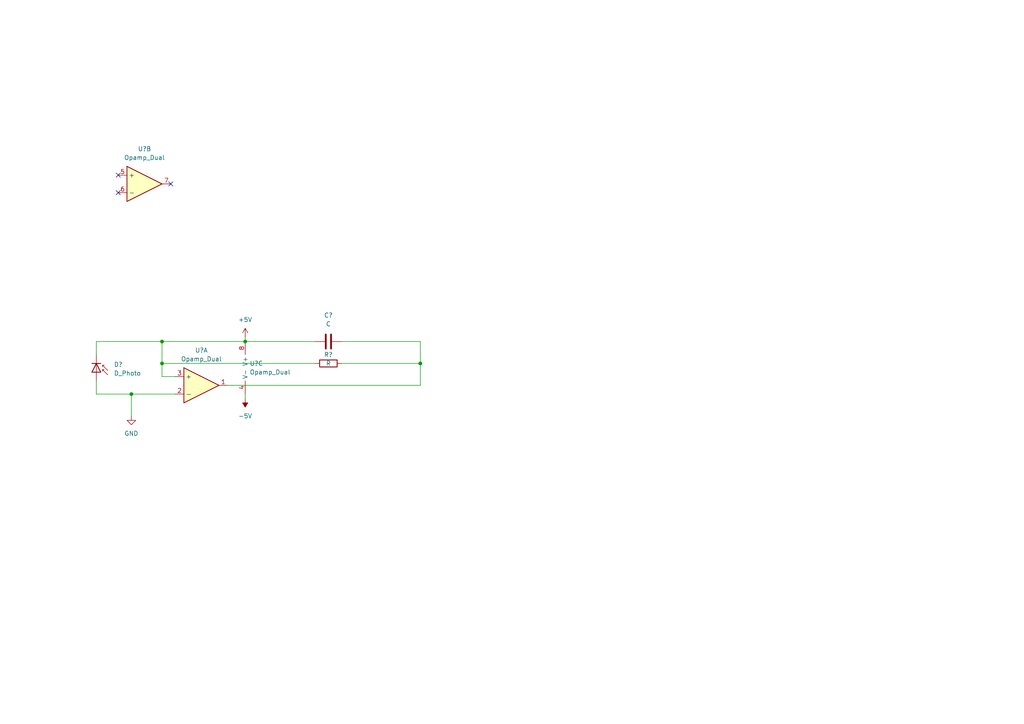
<source format=kicad_sch>
(kicad_sch (version 20211123) (generator eeschema)
  (paper "A4")
  (lib_symbols
    (symbol "Device:C" (pin_numbers hide) (pin_names (offset 0.254))
      (property "Reference" "C" (at 0.635 2.54 0))
      (property "Value" "C" (at 0.635 -2.54 0))
      (symbol "C_0_1"
        (polyline (pts (xy -2.032 -0.762) (xy 2.032 -0.762)) (stroke (width 0.508)))
        (polyline (pts (xy -2.032 0.762) (xy 2.032 0.762)) (stroke (width 0.508)))
      )
      (symbol "C_1_1"
        (pin passive line (at 0 3.81 270) (length 2.794) (name "~") (number "1"))
        (pin passive line (at 0 -3.81 90) (length 2.794) (name "~") (number "2"))
      )
    )
    (symbol "Device:D_Photo" (pin_numbers hide) (pin_names hide)
      (property "Reference" "D" (at 0.508 1.778 0))
      (property "Value" "D_Photo" (at -1.016 -2.794 0))
      (symbol "D_Photo_0_1"
        (polyline (pts (xy -2.54 1.27) (xy -2.54 -1.27)) (stroke (width 0.254)))
        (polyline (pts (xy -2.032 1.778) (xy -1.524 1.778)))
        (polyline (pts (xy 0 0) (xy -2.54 0)))
        (polyline (pts (xy -0.508 3.302) (xy -2.032 1.778) (xy -2.032 2.286)))
        (polyline (pts (xy 0 -1.27) (xy 0 1.27) (xy -2.54 0) (xy 0 -1.27)) (stroke (width 0.254)))
        (polyline (pts (xy 0.762 3.302) (xy -0.762 1.778) (xy -0.762 2.286) (xy -0.762 1.778) (xy -0.254 1.778)))
      )
      (symbol "D_Photo_1_1"
        (pin passive line (at -5.08 0 0) (length 2.54) (name "K") (number "1"))
        (pin passive line (at 2.54 0 180) (length 2.54) (name "A") (number "2"))
      )
    )
    (symbol "Device:Opamp_Dual"
      (property "Reference" "U" (at 0 5.08 0))
      (property "Value" "Opamp_Dual" (at 0 -5.08 0))
      (symbol "Opamp_Dual_1_1"
        (polyline (pts (xy -5.08 5.08) (xy 5.08 0) (xy -5.08 -5.08) (xy -5.08 5.08)) (stroke (width 0.254)) (fill (type background)))
        (pin output line (at 7.62 0 180) (length 2.54) (name "~") (number "1"))
        (pin input line (at -7.62 -2.54 0) (length 2.54) (name "-") (number "2"))
        (pin input line (at -7.62 2.54 0) (length 2.54) (name "+") (number "3"))
      )
      (symbol "Opamp_Dual_2_1"
        (polyline (pts (xy -5.08 5.08) (xy 5.08 0) (xy -5.08 -5.08) (xy -5.08 5.08)) (stroke (width 0.254)) (fill (type background)))
        (pin input line (at -7.62 2.54 0) (length 2.54) (name "+") (number "5"))
        (pin input line (at -7.62 -2.54 0) (length 2.54) (name "-") (number "6"))
        (pin output line (at 7.62 0 180) (length 2.54) (name "~") (number "7"))
      )
      (symbol "Opamp_Dual_3_1"
        (pin power_in line (at -2.54 -7.62 90) (length 3.81) (name "V-") (number "4"))
        (pin power_in line (at -2.54 7.62 270) (length 3.81) (name "V+") (number "8"))
      )
    )
    (symbol "Device:R" (pin_numbers hide) (pin_names (offset 0))
      (property "Reference" "R" (at 2.032 0 90))
      (property "Value" "R" (at 0 0 90))
      (symbol "R_0_1"
        (rectangle (start -1.016 -2.54) (end 1.016 2.54) (stroke (width 0.254)))
      )
      (symbol "R_1_1"
        (pin passive line (at 0 3.81 270) (length 1.27) (name "~") (number "1"))
        (pin passive line (at 0 -3.81 90) (length 1.27) (name "~") (number "2"))
      )
    )
    (symbol "power:+5V" (power) (pin_names (offset 0))
      (property "Value" "+5V" (at 0 3.556 0))
      (symbol "+5V_0_1"
        (polyline (pts (xy -0.762 1.27) (xy 0 2.54)))
        (polyline (pts (xy 0 0) (xy 0 2.54)))
        (polyline (pts (xy 0 2.54) (xy 0.762 1.27)))
      )
      (symbol "+5V_1_1"
        (pin power_in line (at 0 0 90) (length 0) hide (name "+5V") (number "1"))
      )
    )
    (symbol "power:-5V" (power) (pin_names (offset 0))
      (property "Value" "-5V" (at 0 3.81 0))
      (symbol "-5V_0_0"
        (pin power_in line (at 0 0 90) (length 0) hide (name "-5V") (number "1"))
      )
      (symbol "-5V_0_1"
        (polyline (pts (xy 0 0) (xy 0 1.27) (xy 0.762 1.27) (xy 0 2.54) (xy -0.762 1.27) (xy 0 1.27)) (fill (type outline)))
      )
    )
    (symbol "power:GND" (power) (pin_names (offset 0))
      (property "Value" "GND" (at 0 -3.81 0))
      (symbol "GND_0_1"
        (polyline (pts (xy 0 0) (xy 0 -1.27) (xy 1.27 -1.27) (xy 0 -2.54) (xy -1.27 -1.27) (xy 0 -1.27)))
      )
      (symbol "GND_1_1"
        (pin power_in line (at 0 0 270) (length 0) hide (name "GND") (number "1"))
      )
    )
  )
  (junction (at 46.99 105.41))
  (junction (at 46.99 99.06))
  (junction (at 38.1 114.3))
  (junction (at 71.12 99.06))
  (junction (at 121.92 105.41))
  (no_connect (at 49.53 53.34))
  (no_connect (at 34.29 50.8))
  (no_connect (at 34.29 55.88))
  (wire (pts (xy 27.94 99.06) (xy 46.99 99.06)))
  (wire (pts (xy 50.8 109.22) (xy 46.99 109.22)))
  (wire (pts (xy 46.99 109.22) (xy 46.99 105.41)))
  (wire (pts (xy 71.12 97.79) (xy 71.12 99.06)))
  (wire (pts (xy 121.92 105.41) (xy 121.92 99.06)))
  (wire (pts (xy 71.12 114.3) (xy 71.12 115.57)))
  (wire (pts (xy 38.1 120.65) (xy 38.1 114.3)))
  (wire (pts (xy 66.04 111.76) (xy 121.92 111.76)))
  (wire (pts (xy 99.06 105.41) (xy 121.92 105.41)))
  (wire (pts (xy 46.99 105.41) (xy 91.44 105.41)))
  (wire (pts (xy 38.1 114.3) (xy 50.8 114.3)))
  (wire (pts (xy 27.94 114.3) (xy 38.1 114.3)))
  (wire (pts (xy 46.99 99.06) (xy 71.12 99.06)))
  (wire (pts (xy 71.12 99.06) (xy 91.44 99.06)))
  (wire (pts (xy 27.94 102.87) (xy 27.94 99.06)))
  (wire (pts (xy 99.06 99.06) (xy 121.92 99.06)))
  (wire (pts (xy 121.92 111.76) (xy 121.92 105.41)))
  (wire (pts (xy 27.94 110.49) (xy 27.94 114.3)))
  (wire (pts (xy 46.99 99.06) (xy 46.99 105.41)))
  (symbol (lib_id "Device:Opamp_Dual") (at 73.66 106.68 0) (unit 3)
    (property "Reference" "U?" (at 72.39 105.4099 0) (effects (justify left)))
    (property "Value" "Opamp_Dual" (at 72.39 107.9499 0) (effects (justify left)))
  )
  (symbol (lib_id "Device:D_Photo") (at 27.94 107.95 270) (unit 1)
    (property "Reference" "D?" (at 33.02 105.7274 90) (effects (justify left)))
    (property "Value" "D_Photo" (at 33.02 108.2674 90) (effects (justify left)))
  )
  (symbol (lib_id "Device:R") (at 95.25 105.41 90) (unit 1)
    (property "Reference" "R?" (at 95.25 102.87 90))
    (property "Value" "R" (at 95.25 105.41 90))
  )
  (symbol (lib_id "power:+5V") (at 71.12 97.79 0) (unit 1)
    (property "Reference" "#PWR?" (effects hide))
    (property "Value" "+5V" (at 71.12 92.71 0))
  )
  (symbol (lib_id "Device:Opamp_Dual") (at 41.91 53.34 0) (unit 2)
    (property "Reference" "U?" (at 41.91 43.18 0))
    (property "Value" "Opamp_Dual" (at 41.91 45.72 0))
  )
  (symbol (lib_id "Device:C") (at 95.25 99.06 90) (unit 1)
    (property "Reference" "C?" (at 95.25 91.44 90))
    (property "Value" "C" (at 95.25 93.98 90))
  )
  (symbol (lib_id "Device:Opamp_Dual") (at 58.42 111.76 0) (unit 1)
    (property "Reference" "U?" (at 58.42 101.6 0))
    (property "Value" "Opamp_Dual" (at 58.42 104.14 0))
  )
  (symbol (lib_id "power:-5V") (at 71.12 115.57 180) (unit 1)
    (property "Reference" "#PWR?" (effects hide))
    (property "Value" "-5V" (at 71.12 120.65 0))
  )
  (symbol (lib_id "power:GND") (at 38.1 120.65 0) (unit 1)
    (property "Reference" "#PWR?" (effects hide))
    (property "Value" "GND" (at 38.1 125.73 0))
  )
)
</source>
